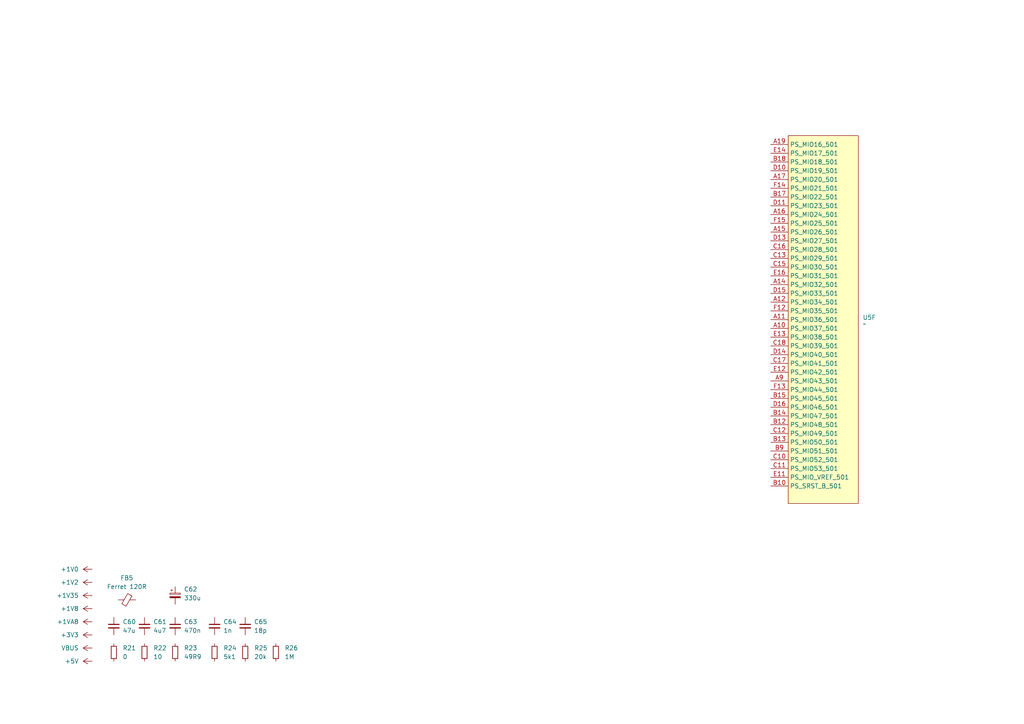
<source format=kicad_sch>
(kicad_sch (version 20231120) (generator "eeschema") (generator_version "8.0")
  (paper "A4")
  (lib_symbols
    (symbol "Device:C_Polarized_Small" (pin_numbers hide) (pin_names (offset 0.254) hide)
      (property "Reference" "C" (at 0.254 1.778 0))
      (property "Value" "C_Polarized_Small" (at 0.254 -2.032 0))
      (symbol "C_Polarized_Small_0_1"
        (rectangle (start -1.524 -0.3048) (end 1.524 -0.6858) (fill (type outline)))
        (rectangle (start -1.524 0.6858) (end 1.524 0.3048))
        (polyline (pts (xy -1.27 1.524) (xy -0.762 1.524)))
        (polyline (pts (xy -1.016 1.27) (xy -1.016 1.778)))
      )
      (symbol "C_Polarized_Small_1_1"
        (pin passive line (at 0 2.54 270) (length 1.8542) (name "~") (number "1"))
        (pin passive line (at 0 -2.54 90) (length 1.8542) (name "~") (number "2"))
      )
    )
    (symbol "Device:C_Small" (pin_numbers hide) (pin_names (offset 0.254) hide)
      (property "Reference" "C" (at 0.254 1.778 0))
      (property "Value" "C_Small" (at 0.254 -2.032 0))
      (symbol "C_Small_0_1"
        (polyline (pts (xy -1.524 -0.508) (xy 1.524 -0.508)) (stroke (width 0.3302)))
        (polyline (pts (xy -1.524 0.508) (xy 1.524 0.508)) (stroke (width 0.3048)))
      )
      (symbol "C_Small_1_1"
        (pin passive line (at 0 2.54 270) (length 2.032) (name "~") (number "1"))
        (pin passive line (at 0 -2.54 90) (length 2.032) (name "~") (number "2"))
      )
    )
    (symbol "Device:FerriteBead_Small" (pin_numbers hide) (pin_names (offset 0))
      (property "Reference" "FB" (at 1.905 1.27 0))
      (property "Value" "FerriteBead_Small" (at 1.905 -1.27 0))
      (symbol "FerriteBead_Small_0_1"
        (polyline (pts (xy 0 -1.27) (xy 0 -0.7874)))
        (polyline (pts (xy 0 0.889) (xy 0 1.2954)))
        (polyline (pts (xy -1.8288 0.2794) (xy -1.1176 1.4986) (xy 1.8288 -0.2032) (xy 1.1176 -1.4224) (xy -1.8288 0.2794)))
      )
      (symbol "FerriteBead_Small_1_1"
        (pin passive line (at 0 2.54 270) (length 1.27) (name "~") (number "1"))
        (pin passive line (at 0 -2.54 90) (length 1.27) (name "~") (number "2"))
      )
    )
    (symbol "Device:R_Small" (pin_numbers hide) (pin_names (offset 0.254) hide)
      (property "Reference" "R" (at 0.762 0.508 0))
      (property "Value" "R_Small" (at 0.762 -1.016 0))
      (symbol "R_Small_0_1"
        (rectangle (start -0.762 1.778) (end 0.762 -1.778) (stroke (width 0.2032)))
      )
      (symbol "R_Small_1_1"
        (pin passive line (at 0 2.54 270) (length 0.762) (name "~") (number "1"))
        (pin passive line (at 0 -2.54 90) (length 0.762) (name "~") (number "2"))
      )
    )
    (symbol "otter:XC7Z020-1CLG400C"
      (property "Reference" "U" (at 5.842 -1.27 0))
      (symbol "XC7Z020-1CLG400C_1_1"
        (rectangle (start 5.08 57.15) (end 34.29 0) (fill (type background)))
        (pin power_in line (at 39.37 2.54 180) (length 5.08) (name "RSVDGND") (number "F10"))
        (pin power_in line (at 39.37 29.21 180) (length 5.08) (name "VCCBATT_0") (number "F11"))
        (pin output line (at 39.37 49.53 180) (length 5.08) (name "TDO_0") (number "F6"))
        (pin input line (at 39.37 54.61 180) (length 5.08) (name "TCK_0") (number "F9"))
        (pin input line (at 39.37 52.07 180) (length 5.08) (name "TDI_0") (number "G6"))
        (pin power_in line (at 0 2.54 0) (length 5.08) (name "GNDADC_0") (number "J10"))
        (pin input line (at 39.37 46.99 180) (length 5.08) (name "TMS_0") (number "J6"))
        (pin power_in line (at 0 8.89 0) (length 5.08) (name "VCCADC_0") (number "J9"))
        (pin input line (at 0 16.51 0) (length 5.08) (name "VREFN_0") (number "K10"))
        (pin power_in line (at 39.37 38.1 180) (length 5.08) (name "VCCO_0") (number "K6"))
        (pin input line (at 0 26.67 0) (length 5.08) (name "VP_0") (number "K9"))
        (pin input line (at 0 24.13 0) (length 5.08) (name "VN_0") (number "L10"))
        (pin input line (at 0 43.18 0) (length 5.08) (name "PROGRAM_B_0") (number "L6"))
        (pin input line (at 0 19.05 0) (length 5.08) (name "VREFP_0") (number "L9"))
        (pin passive line (at 0 31.75 0) (length 5.08) (name "DXN_0") (number "M10"))
        (pin input line (at 0 54.61 0) (length 5.08) (name "CFGBVS_0") (number "M6"))
        (pin passive line (at 0 34.29 0) (length 5.08) (name "DXP_0") (number "M9"))
        (pin power_in line (at 39.37 5.08 180) (length 5.08) (name "RSVDVCC3") (number "N6"))
        (pin input line (at 0 46.99 0) (length 5.08) (name "INIT_B_0") (number "R10"))
        (pin output line (at 0 50.8 0) (length 5.08) (name "DONE_0") (number "R11"))
        (pin power_in line (at 39.37 7.62 180) (length 5.08) (name "RSVDVCC2") (number "R6"))
        (pin power_in line (at 39.37 10.16 180) (length 5.08) (name "RSVDVCC1") (number "T6"))
      )
      (symbol "XC7Z020-1CLG400C_2_1"
        (rectangle (start 5.08 66.04) (end 29.21 0) (fill (type background)))
        (pin bidirectional line (at 0 17.78 0) (length 5.08) (name "IO_L19P_T3_13") (number "T5"))
        (pin bidirectional line (at 0 53.34 0) (length 5.08) (name "IO_L12P_T1_MRCC_13") (number "T9"))
        (pin bidirectional line (at 0 55.88 0) (length 5.08) (name "IO_L12N_T1_MRCC_13") (number "U10"))
        (pin bidirectional line (at 0 20.32 0) (length 5.08) (name "IO_L19N_T3_VREF_13") (number "U5"))
        (pin bidirectional line (at 0 58.42 0) (length 5.08) (name "IO_L11P_T1_SRCC_13") (number "U7"))
        (pin bidirectional line (at 0 30.48 0) (length 5.08) (name "IO_L17N_T2_13") (number "U8"))
        (pin bidirectional line (at 0 27.94 0) (length 5.08) (name "IO_L17P_T2_13") (number "U9"))
        (pin bidirectional line (at 0 10.16 0) (length 5.08) (name "IO_L21N_T3_DQS_13") (number "V10"))
        (pin bidirectional line (at 0 7.62 0) (length 5.08) (name "IO_L21P_T3_DQS_13") (number "V11"))
        (pin bidirectional line (at 0 63.5 0) (length 5.08) (name "IO_L6N_T0_VREF_13") (number "V5"))
        (pin bidirectional line (at 0 2.54 0) (length 5.08) (name "IO_L22P_T3_13") (number "V6"))
        (pin bidirectional line (at 0 60.96 0) (length 5.08) (name "IO_L11N_T1_SRCC_13") (number "V7"))
        (pin bidirectional line (at 0 38.1 0) (length 5.08) (name "IO_L15P_T2_DQS_13") (number "V8"))
        (pin bidirectional line (at 0 33.02 0) (length 5.08) (name "IO_L16P_T2_13") (number "W10"))
        (pin bidirectional line (at 0 22.86 0) (length 5.08) (name "IO_L18P_T2_13") (number "W11"))
        (pin bidirectional line (at 0 5.08 0) (length 5.08) (name "IO_L22N_T3_13") (number "W6"))
        (pin bidirectional line (at 0 40.64 0) (length 5.08) (name "IO_L15N_T2_DQS_13") (number "W8"))
        (pin bidirectional line (at 0 35.56 0) (length 5.08) (name "IO_L16N_T2_13") (number "W9"))
        (pin bidirectional line (at 0 25.4 0) (length 5.08) (name "IO_L18N_T2_13") (number "Y11"))
        (pin bidirectional line (at 0 12.7 0) (length 5.08) (name "IO_L20P_T3_13") (number "Y12"))
        (pin bidirectional line (at 0 15.24 0) (length 5.08) (name "IO_L20N_T3_13") (number "Y13"))
        (pin bidirectional line (at 0 50.8 0) (length 5.08) (name "IO_L13N_T2_MRCC_13") (number "Y6"))
        (pin bidirectional line (at 0 48.26 0) (length 5.08) (name "IO_L13P_T2_MRCC_13") (number "Y7"))
        (pin bidirectional line (at 0 45.72 0) (length 5.08) (name "IO_L14N_T2_SRCC_13") (number "Y8"))
        (pin bidirectional line (at 0 43.18 0) (length 5.08) (name "IO_L14P_T2_SRCC_13") (number "Y9"))
      )
      (symbol "XC7Z020-1CLG400C_3_1"
        (rectangle (start 5.08 129.54) (end 34.29 0) (fill (type background)))
        (pin bidirectional line (at 0 7.62 0) (length 5.08) (name "IO_L23P_T3_34") (number "N17"))
        (pin bidirectional line (at 0 58.42 0) (length 5.08) (name "IO_L13P_T2_MRCC_34") (number "N18"))
        (pin bidirectional line (at 0 53.34 0) (length 5.08) (name "IO_L14P_T2_SRCC_34") (number "N20"))
        (pin bidirectional line (at 0 93.98 0) (length 5.08) (name "IO_L6P_T0_34") (number "P14"))
        (pin bidirectional line (at 0 2.54 0) (length 5.08) (name "IO_L24P_T3_34") (number "P15"))
        (pin bidirectional line (at 0 5.08 0) (length 5.08) (name "IO_L24N_T3_34") (number "P16"))
        (pin bidirectional line (at 0 10.16 0) (length 5.08) (name "IO_L23N_T3_34") (number "P18"))
        (pin bidirectional line (at 0 60.96 0) (length 5.08) (name "IO_L13N_T2_MRCC_34") (number "P19"))
        (pin bidirectional line (at 0 55.88 0) (length 5.08) (name "IO_L14N_T2_SRCC_34") (number "P20"))
        (pin bidirectional line (at 0 96.52 0) (length 5.08) (name "IO_L6N_T0_VREF_34") (number "R14"))
        (pin bidirectional line (at 0 27.94 0) (length 5.08) (name "IO_L19P_T3_34") (number "R16"))
        (pin bidirectional line (at 0 30.48 0) (length 5.08) (name "IO_L19N_T3_VREF_34") (number "R17"))
        (pin bidirectional line (at 0 25.4 0) (length 5.08) (name "IO_L20N_T3_34") (number "R18"))
        (pin bidirectional line (at 0 127 0) (length 5.08) (name "IO_0_34") (number "R19"))
        (pin bidirectional line (at 0 121.92 0) (length 5.08) (name "IO_L1N_T0_34") (number "T10"))
        (pin bidirectional line (at 0 119.38 0) (length 5.08) (name "IO_L1P_T0_34") (number "T11"))
        (pin bidirectional line (at 0 114.3 0) (length 5.08) (name "IO_L2P_T0_34") (number "T12"))
        (pin bidirectional line (at 0 99.06 0) (length 5.08) (name "IO_L5P_T0_34") (number "T14"))
        (pin bidirectional line (at 0 101.6 0) (length 5.08) (name "IO_L5N_T0_34") (number "T15"))
        (pin bidirectional line (at 0 78.74 0) (length 5.08) (name "IO_L9P_T1_DQS_34") (number "T16"))
        (pin bidirectional line (at 0 22.86 0) (length 5.08) (name "IO_L20P_T3_34") (number "T17"))
        (pin bidirectional line (at 0 124.46 0) (length 5.08) (name "IO_25_34") (number "T19"))
        (pin bidirectional line (at 0 48.26 0) (length 5.08) (name "IO_L15P_T2_DQS_34") (number "T20"))
        (pin bidirectional line (at 0 116.84 0) (length 5.08) (name "IO_L2N_T0_34") (number "U12"))
        (pin bidirectional line (at 0 109.22 0) (length 5.08) (name "IO_L3P_T0_DQS_PUDC_B_34") (number "U13"))
        (pin bidirectional line (at 0 68.58 0) (length 5.08) (name "IO_L11P_T1_SRCC_34") (number "U14"))
        (pin bidirectional line (at 0 71.12 0) (length 5.08) (name "IO_L11N_T1_SRCC_34") (number "U15"))
        (pin bidirectional line (at 0 81.28 0) (length 5.08) (name "IO_L9N_T1_DQS_34") (number "U17"))
        (pin bidirectional line (at 0 63.5 0) (length 5.08) (name "IO_L12P_T1_MRCC_34") (number "U18"))
        (pin bidirectional line (at 0 66.04 0) (length 5.08) (name "IO_L12N_T1_MRCC_34") (number "U19"))
        (pin bidirectional line (at 0 50.8 0) (length 5.08) (name "IO_L15N_T2_DQS_34") (number "U20"))
        (pin bidirectional line (at 0 104.14 0) (length 5.08) (name "IO_L4P_T0_34") (number "V12"))
        (pin bidirectional line (at 0 111.76 0) (length 5.08) (name "IO_L3N_T0_DQS_34") (number "V13"))
        (pin bidirectional line (at 0 73.66 0) (length 5.08) (name "IO_L10P_T1_34") (number "V15"))
        (pin bidirectional line (at 0 33.02 0) (length 5.08) (name "IO_L18P_T2_34") (number "V16"))
        (pin bidirectional line (at 0 17.78 0) (length 5.08) (name "IO_L21P_T3_DQS_34") (number "V17"))
        (pin bidirectional line (at 0 20.32 0) (length 5.08) (name "IO_L21N_T3_DQS_34") (number "V18"))
        (pin bidirectional line (at 0 43.18 0) (length 5.08) (name "IO_L16P_T2_34") (number "V20"))
        (pin bidirectional line (at 0 106.68 0) (length 5.08) (name "IO_L4N_T0_34") (number "W13"))
        (pin bidirectional line (at 0 83.82 0) (length 5.08) (name "IO_L8P_T1_34") (number "W14"))
        (pin bidirectional line (at 0 76.2 0) (length 5.08) (name "IO_L10N_T1_34") (number "W15"))
        (pin bidirectional line (at 0 35.56 0) (length 5.08) (name "IO_L18N_T2_34") (number "W16"))
        (pin bidirectional line (at 0 12.7 0) (length 5.08) (name "IO_L22P_T3_34") (number "W18"))
        (pin bidirectional line (at 0 15.24 0) (length 5.08) (name "IO_L22N_T3_34") (number "W19"))
        (pin bidirectional line (at 0 45.72 0) (length 5.08) (name "IO_L16N_T2_34") (number "W20"))
        (pin bidirectional line (at 0 86.36 0) (length 5.08) (name "IO_L8N_T1_34") (number "Y14"))
        (pin bidirectional line (at 0 88.9 0) (length 5.08) (name "IO_L7P_T1_34") (number "Y16"))
        (pin bidirectional line (at 0 91.44 0) (length 5.08) (name "IO_L7N_T1_34") (number "Y17"))
        (pin bidirectional line (at 0 38.1 0) (length 5.08) (name "IO_L17P_T2_34") (number "Y18"))
        (pin bidirectional line (at 0 40.64 0) (length 5.08) (name "IO_L17N_T2_34") (number "Y19"))
      )
      (symbol "XC7Z020-1CLG400C_4_1"
        (rectangle (start 5.08 129.54) (end 36.83 0) (fill (type background)))
        (pin bidirectional line (at 0 116.84 0) (length 5.08) (name "IO_L2N_T0_AD8N_35") (number "A20"))
        (pin bidirectional line (at 0 114.3 0) (length 5.08) (name "IO_L2P_T0_AD8P_35") (number "B19"))
        (pin bidirectional line (at 0 121.92 0) (length 5.08) (name "IO_L1N_T0_AD0N_35") (number "B20"))
        (pin bidirectional line (at 0 119.38 0) (length 5.08) (name "IO_L1P_T0_AD0P_35") (number "C20"))
        (pin bidirectional line (at 0 111.76 0) (length 5.08) (name "IO_L3N_T0_DQS_AD1N_35") (number "D18"))
        (pin bidirectional line (at 0 104.14 0) (length 5.08) (name "IO_L4P_T0_35") (number "D19"))
        (pin bidirectional line (at 0 106.68 0) (length 5.08) (name "IO_L4N_T0_35") (number "D20"))
        (pin bidirectional line (at 0 109.22 0) (length 5.08) (name "IO_L3P_T0_DQS_AD1P_35") (number "E17"))
        (pin bidirectional line (at 0 99.06 0) (length 5.08) (name "IO_L5P_T0_AD9P_35") (number "E18"))
        (pin bidirectional line (at 0 101.6 0) (length 5.08) (name "IO_L5N_T0_AD9N_35") (number "E19"))
        (pin bidirectional line (at 0 93.98 0) (length 5.08) (name "IO_L6P_T0_35") (number "F16"))
        (pin bidirectional line (at 0 96.52 0) (length 5.08) (name "IO_L6N_T0_VREF_35") (number "F17"))
        (pin bidirectional line (at 0 48.26 0) (length 5.08) (name "IO_L15P_T2_DQS_AD12P_35") (number "F19"))
        (pin bidirectional line (at 0 50.8 0) (length 5.08) (name "IO_L15N_T2_DQS_AD12N_35") (number "F20"))
        (pin bidirectional line (at 0 127 0) (length 5.08) (name "IO_0_35") (number "G14"))
        (pin bidirectional line (at 0 30.48 0) (length 5.08) (name "IO_L19N_T3_VREF_35") (number "G15"))
        (pin bidirectional line (at 0 43.18 0) (length 5.08) (name "IO_L16P_T2_35") (number "G17"))
        (pin bidirectional line (at 0 45.72 0) (length 5.08) (name "IO_L16N_T2_35") (number "G18"))
        (pin bidirectional line (at 0 33.02 0) (length 5.08) (name "IO_L18P_T2_AD13P_35") (number "G19"))
        (pin bidirectional line (at 0 35.56 0) (length 5.08) (name "IO_L18N_T2_AD13N_35") (number "G20"))
        (pin bidirectional line (at 0 27.94 0) (length 5.08) (name "IO_L19P_T3_35") (number "H15"))
        (pin bidirectional line (at 0 58.42 0) (length 5.08) (name "IO_L13P_T2_MRCC_35") (number "H16"))
        (pin bidirectional line (at 0 60.96 0) (length 5.08) (name "IO_L13N_T2_MRCC_35") (number "H17"))
        (pin bidirectional line (at 0 55.88 0) (length 5.08) (name "IO_L14N_T2_AD4N_SRCC_35") (number "H18"))
        (pin bidirectional line (at 0 40.64 0) (length 5.08) (name "IO_L17N_T2_AD5N_35") (number "H20"))
        (pin bidirectional line (at 0 25.4 0) (length 5.08) (name "IO_L20N_T3_AD6N_35") (number "J14"))
        (pin bidirectional line (at 0 124.46 0) (length 5.08) (name "IO_25_35") (number "J15"))
        (pin bidirectional line (at 0 5.08 0) (length 5.08) (name "IO_L24N_T3_AD15N_35") (number "J16"))
        (pin bidirectional line (at 0 53.34 0) (length 5.08) (name "IO_L14P_T2_AD4P_SRCC_35") (number "J18"))
        (pin bidirectional line (at 0 76.2 0) (length 5.08) (name "IO_L10N_T1_AD11N_35") (number "J19"))
        (pin bidirectional line (at 0 38.1 0) (length 5.08) (name "IO_L17P_T2_AD5P_35") (number "J20"))
        (pin bidirectional line (at 0 22.86 0) (length 5.08) (name "IO_L20P_T3_AD6P_35") (number "K14"))
        (pin bidirectional line (at 0 2.54 0) (length 5.08) (name "IO_L24P_T3_AD15P_35") (number "K16"))
        (pin bidirectional line (at 0 63.5 0) (length 5.08) (name "IO_L12P_T1_MRCC_35") (number "K17"))
        (pin bidirectional line (at 0 66.04 0) (length 5.08) (name "IO_L12N_T1_MRCC_35") (number "K18"))
        (pin bidirectional line (at 0 73.66 0) (length 5.08) (name "IO_L10P_T1_AD11P_35") (number "K19"))
        (pin bidirectional line (at 0 12.7 0) (length 5.08) (name "IO_L22P_T3_AD7P_35") (number "L14"))
        (pin bidirectional line (at 0 15.24 0) (length 5.08) (name "IO_L22N_T3_AD7N_35") (number "L15"))
        (pin bidirectional line (at 0 68.58 0) (length 5.08) (name "IO_L11P_T1_SRCC_35") (number "L16"))
        (pin bidirectional line (at 0 71.12 0) (length 5.08) (name "IO_L11N_T1_SRCC_35") (number "L17"))
        (pin bidirectional line (at 0 78.74 0) (length 5.08) (name "IO_L9P_T1_DQS_AD3P_35") (number "L19"))
        (pin bidirectional line (at 0 81.28 0) (length 5.08) (name "IO_L9N_T1_DQS_AD3N_35") (number "L20"))
        (pin bidirectional line (at 0 7.62 0) (length 5.08) (name "IO_L23P_T3_35") (number "M14"))
        (pin bidirectional line (at 0 10.16 0) (length 5.08) (name "IO_L23N_T3_35") (number "M15"))
        (pin bidirectional line (at 0 83.82 0) (length 5.08) (name "IO_L8P_T1_AD10P_35") (number "M17"))
        (pin bidirectional line (at 0 86.36 0) (length 5.08) (name "IO_L8N_T1_AD10N_35") (number "M18"))
        (pin bidirectional line (at 0 88.9 0) (length 5.08) (name "IO_L7P_T1_AD2P_35") (number "M19"))
        (pin bidirectional line (at 0 91.44 0) (length 5.08) (name "IO_L7N_T1_AD2N_35") (number "M20"))
        (pin bidirectional line (at 0 17.78 0) (length 5.08) (name "IO_L21P_T3_DQS_AD14P_35") (number "N15"))
        (pin bidirectional line (at 0 20.32 0) (length 5.08) (name "IO_L21N_T3_DQS_AD14N_35") (number "N16"))
      )
      (symbol "XC7Z020-1CLG400C_5_1"
        (rectangle (start 5.08 48.26) (end 25.4 0) (fill (type background)))
        (pin bidirectional line (at 0 27.94 0) (length 5.08) (name "PS_MIO6_500") (number "A5"))
        (pin bidirectional line (at 0 30.48 0) (length 5.08) (name "PS_MIO5_500") (number "A6"))
        (pin bidirectional line (at 0 40.64 0) (length 5.08) (name "PS_MIO1_500") (number "A7"))
        (pin bidirectional line (at 0 20.32 0) (length 5.08) (name "PS_MIO9_500") (number "B5"))
        (pin bidirectional line (at 0 33.02 0) (length 5.08) (name "PS_MIO4_500") (number "B7"))
        (pin bidirectional line (at 0 38.1 0) (length 5.08) (name "PS_MIO2_500") (number "B8"))
        (pin bidirectional line (at 0 7.62 0) (length 5.08) (name "PS_MIO14_500") (number "C5"))
        (pin bidirectional line (at 0 15.24 0) (length 5.08) (name "PS_MIO11_500") (number "C6"))
        (pin input line (at 0 2.54 0) (length 5.08) (name "PS_POR_B_500") (number "C7"))
        (pin bidirectional line (at 0 5.08 0) (length 5.08) (name "PS_MIO15_500") (number "C8"))
        (pin bidirectional line (at 0 22.86 0) (length 5.08) (name "PS_MIO8_500") (number "D5"))
        (pin bidirectional line (at 0 35.56 0) (length 5.08) (name "PS_MIO3_500") (number "D6"))
        (pin bidirectional line (at 0 25.4 0) (length 5.08) (name "PS_MIO7_500") (number "D8"))
        (pin bidirectional line (at 0 12.7 0) (length 5.08) (name "PS_MIO12_500") (number "D9"))
        (pin bidirectional line (at 0 43.18 0) (length 5.08) (name "PS_MIO0_500") (number "E6"))
        (pin input line (at 0 45.72 0) (length 5.08) (name "PS_CLK_500") (number "E7"))
        (pin bidirectional line (at 0 10.16 0) (length 5.08) (name "PS_MIO13_500") (number "E8"))
        (pin bidirectional line (at 0 17.78 0) (length 5.08) (name "PS_MIO10_500") (number "E9"))
      )
      (symbol "XC7Z020-1CLG400C_6_1"
        (rectangle (start 5.08 106.68) (end 25.4 0) (fill (type background)))
        (pin bidirectional line (at 0 50.8 0) (length 5.08) (name "PS_MIO37_501") (number "A10"))
        (pin bidirectional line (at 0 53.34 0) (length 5.08) (name "PS_MIO36_501") (number "A11"))
        (pin bidirectional line (at 0 58.42 0) (length 5.08) (name "PS_MIO34_501") (number "A12"))
        (pin bidirectional line (at 0 63.5 0) (length 5.08) (name "PS_MIO32_501") (number "A14"))
        (pin bidirectional line (at 0 78.74 0) (length 5.08) (name "PS_MIO26_501") (number "A15"))
        (pin bidirectional line (at 0 83.82 0) (length 5.08) (name "PS_MIO24_501") (number "A16"))
        (pin bidirectional line (at 0 93.98 0) (length 5.08) (name "PS_MIO20_501") (number "A17"))
        (pin bidirectional line (at 0 104.14 0) (length 5.08) (name "PS_MIO16_501") (number "A19"))
        (pin bidirectional line (at 0 35.56 0) (length 5.08) (name "PS_MIO43_501") (number "A9"))
        (pin input line (at 0 5.08 0) (length 5.08) (name "PS_SRST_B_501") (number "B10"))
        (pin bidirectional line (at 0 22.86 0) (length 5.08) (name "PS_MIO48_501") (number "B12"))
        (pin bidirectional line (at 0 17.78 0) (length 5.08) (name "PS_MIO50_501") (number "B13"))
        (pin bidirectional line (at 0 25.4 0) (length 5.08) (name "PS_MIO47_501") (number "B14"))
        (pin bidirectional line (at 0 30.48 0) (length 5.08) (name "PS_MIO45_501") (number "B15"))
        (pin bidirectional line (at 0 88.9 0) (length 5.08) (name "PS_MIO22_501") (number "B17"))
        (pin bidirectional line (at 0 99.06 0) (length 5.08) (name "PS_MIO18_501") (number "B18"))
        (pin bidirectional line (at 0 15.24 0) (length 5.08) (name "PS_MIO51_501") (number "B9"))
        (pin bidirectional line (at 0 12.7 0) (length 5.08) (name "PS_MIO52_501") (number "C10"))
        (pin bidirectional line (at 0 10.16 0) (length 5.08) (name "PS_MIO53_501") (number "C11"))
        (pin bidirectional line (at 0 20.32 0) (length 5.08) (name "PS_MIO49_501") (number "C12"))
        (pin bidirectional line (at 0 71.12 0) (length 5.08) (name "PS_MIO29_501") (number "C13"))
        (pin bidirectional line (at 0 68.58 0) (length 5.08) (name "PS_MIO30_501") (number "C15"))
        (pin bidirectional line (at 0 73.66 0) (length 5.08) (name "PS_MIO28_501") (number "C16"))
        (pin bidirectional line (at 0 40.64 0) (length 5.08) (name "PS_MIO41_501") (number "C17"))
        (pin bidirectional line (at 0 45.72 0) (length 5.08) (name "PS_MIO39_501") (number "C18"))
        (pin bidirectional line (at 0 96.52 0) (length 5.08) (name "PS_MIO19_501") (number "D10"))
        (pin bidirectional line (at 0 86.36 0) (length 5.08) (name "PS_MIO23_501") (number "D11"))
        (pin bidirectional line (at 0 76.2 0) (length 5.08) (name "PS_MIO27_501") (number "D13"))
        (pin bidirectional line (at 0 43.18 0) (length 5.08) (name "PS_MIO40_501") (number "D14"))
        (pin bidirectional line (at 0 60.96 0) (length 5.08) (name "PS_MIO33_501") (number "D15"))
        (pin bidirectional line (at 0 27.94 0) (length 5.08) (name "PS_MIO46_501") (number "D16"))
        (pin power_in line (at 0 7.62 0) (length 5.08) (name "PS_MIO_VREF_501") (number "E11"))
        (pin bidirectional line (at 0 38.1 0) (length 5.08) (name "PS_MIO42_501") (number "E12"))
        (pin bidirectional line (at 0 48.26 0) (length 5.08) (name "PS_MIO38_501") (number "E13"))
        (pin bidirectional line (at 0 101.6 0) (length 5.08) (name "PS_MIO17_501") (number "E14"))
        (pin bidirectional line (at 0 66.04 0) (length 5.08) (name "PS_MIO31_501") (number "E16"))
        (pin bidirectional line (at 0 55.88 0) (length 5.08) (name "PS_MIO35_501") (number "F12"))
        (pin bidirectional line (at 0 33.02 0) (length 5.08) (name "PS_MIO44_501") (number "F13"))
        (pin bidirectional line (at 0 91.44 0) (length 5.08) (name "PS_MIO21_501") (number "F14"))
        (pin bidirectional line (at 0 81.28 0) (length 5.08) (name "PS_MIO25_501") (number "F15"))
      )
      (symbol "XC7Z020-1CLG400C_7_1"
        (rectangle (start 5.08 152.4) (end 43.18 0) (fill (type background)))
        (pin output line (at 48.26 111.76 180) (length 5.08) (name "PS_DDR_DM0_502") (number "A1"))
        (pin bidirectional line (at 0 96.52 0) (length 5.08) (name "PS_DDR_DQ2_502") (number "A2"))
        (pin bidirectional line (at 0 93.98 0) (length 5.08) (name "PS_DDR_DQ3_502") (number "A4"))
        (pin bidirectional line (at 0 20.32 0) (length 5.08) (name "PS_DDR_DQS_N0_502") (number "B2"))
        (pin bidirectional line (at 0 99.06 0) (length 5.08) (name "PS_DDR_DQ1_502") (number "B3"))
        (pin output line (at 48.26 149.86 180) (length 5.08) (name "PS_DDR_DRST_B_502") (number "B4"))
        (pin bidirectional line (at 0 86.36 0) (length 5.08) (name "PS_DDR_DQ6_502") (number "C1"))
        (pin bidirectional line (at 0 10.16 0) (length 5.08) (name "PS_DDR_DQS_P0_502") (number "C2"))
        (pin bidirectional line (at 0 101.6 0) (length 5.08) (name "PS_DDR_DQ0_502") (number "C3"))
        (pin bidirectional line (at 0 88.9 0) (length 5.08) (name "PS_DDR_DQ5_502") (number "D1"))
        (pin bidirectional line (at 0 91.44 0) (length 5.08) (name "PS_DDR_DQ4_502") (number "D3"))
        (pin output line (at 0 116.84 0) (length 5.08) (name "PS_DDR_A13_502") (number "D4"))
        (pin bidirectional line (at 0 83.82 0) (length 5.08) (name "PS_DDR_DQ7_502") (number "E1"))
        (pin bidirectional line (at 0 81.28 0) (length 5.08) (name "PS_DDR_DQ8_502") (number "E2"))
        (pin bidirectional line (at 0 78.74 0) (length 5.08) (name "PS_DDR_DQ9_502") (number "E3"))
        (pin output line (at 0 119.38 0) (length 5.08) (name "PS_DDR_A12_502") (number "E4"))
        (pin output line (at 48.26 109.22 180) (length 5.08) (name "PS_DDR_DM1_502") (number "F1"))
        (pin bidirectional line (at 0 17.78 0) (length 5.08) (name "PS_DDR_DQS_N1_502") (number "F2"))
        (pin output line (at 0 114.3 0) (length 5.08) (name "PS_DDR_A14_502") (number "F4"))
        (pin output line (at 0 124.46 0) (length 5.08) (name "PS_DDR_A10_502") (number "F5"))
        (pin bidirectional line (at 0 7.62 0) (length 5.08) (name "PS_DDR_DQS_P1_502") (number "G2"))
        (pin bidirectional line (at 0 76.2 0) (length 5.08) (name "PS_DDR_DQ10_502") (number "G3"))
        (pin output line (at 0 121.92 0) (length 5.08) (name "PS_DDR_A11_502") (number "G4"))
        (pin power_out line (at 48.26 137.16 180) (length 5.08) (name "PS_DDR_VRN_502") (number "G5"))
        (pin bidirectional line (at 0 66.04 0) (length 5.08) (name "PS_DDR_DQ14_502") (number "H1"))
        (pin bidirectional line (at 0 68.58 0) (length 5.08) (name "PS_DDR_DQ13_502") (number "H2"))
        (pin bidirectional line (at 0 73.66 0) (length 5.08) (name "PS_DDR_DQ11_502") (number "H3"))
        (pin power_out line (at 48.26 139.7 180) (length 5.08) (name "PS_DDR_VRP_502") (number "H5"))
        (pin bidirectional line (at 0 63.5 0) (length 5.08) (name "PS_DDR_DQ15_502") (number "J1"))
        (pin bidirectional line (at 0 71.12 0) (length 5.08) (name "PS_DDR_DQ12_502") (number "J3"))
        (pin output line (at 0 127 0) (length 5.08) (name "PS_DDR_A9_502") (number "J4"))
        (pin output line (at 0 105.41 0) (length 5.08) (name "PS_DDR_BA2_502") (number "J5"))
        (pin output line (at 0 129.54 0) (length 5.08) (name "PS_DDR_A8_502") (number "K1"))
        (pin output line (at 0 147.32 0) (length 5.08) (name "PS_DDR_A1_502") (number "K2"))
        (pin output line (at 0 142.24 0) (length 5.08) (name "PS_DDR_A3_502") (number "K3"))
        (pin output line (at 0 132.08 0) (length 5.08) (name "PS_DDR_A7_502") (number "K4"))
        (pin output line (at 0 137.16 0) (length 5.08) (name "PS_DDR_A5_502") (number "L1"))
        (pin output line (at 48.26 119.38 180) (length 5.08) (name "PS_DDR_CKP_502") (number "L2"))
        (pin output line (at 0 134.62 0) (length 5.08) (name "PS_DDR_A6_502") (number "L4"))
        (pin output line (at 0 110.49 0) (length 5.08) (name "PS_DDR_BA0_502") (number "L5"))
        (pin output line (at 48.26 121.92 180) (length 5.08) (name "PS_DDR_CKN_502") (number "M2"))
        (pin output line (at 0 144.78 0) (length 5.08) (name "PS_DDR_A2_502") (number "M3"))
        (pin output line (at 0 139.7 0) (length 5.08) (name "PS_DDR_A4_502") (number "M4"))
        (pin output line (at 48.26 132.08 180) (length 5.08) (name "PS_DDR_WE_B_502") (number "M5"))
        (pin output line (at 48.26 116.84 180) (length 5.08) (name "PS_DDR_CS_B_502") (number "N1"))
        (pin output line (at 0 149.86 0) (length 5.08) (name "PS_DDR_A0_502") (number "N2"))
        (pin output line (at 48.26 124.46 180) (length 5.08) (name "PS_DDR_CKE_502") (number "N3"))
        (pin output line (at 48.26 147.32 180) (length 5.08) (name "PS_DDR_ODT_502") (number "N5"))
        (pin bidirectional line (at 0 60.96 0) (length 5.08) (name "PS_DDR_DQ16_502") (number "P1"))
        (pin bidirectional line (at 0 58.42 0) (length 5.08) (name "PS_DDR_DQ17_502") (number "P3"))
        (pin output line (at 48.26 144.78 180) (length 5.08) (name "PS_DDR_RAS_B_502") (number "P4"))
        (pin output line (at 48.26 127 180) (length 5.08) (name "PS_DDR_CAS_B_502") (number "P5"))
        (pin bidirectional line (at 0 53.34 0) (length 5.08) (name "PS_DDR_DQ19_502") (number "R1"))
        (pin bidirectional line (at 0 5.08 0) (length 5.08) (name "PS_DDR_DQS_P2_502") (number "R2"))
        (pin bidirectional line (at 0 55.88 0) (length 5.08) (name "PS_DDR_DQ18_502") (number "R3"))
        (pin output line (at 0 107.95 0) (length 5.08) (name "PS_DDR_BA1_502") (number "R4"))
        (pin output line (at 48.26 106.68 180) (length 5.08) (name "PS_DDR_DM2_502") (number "T1"))
        (pin bidirectional line (at 0 15.24 0) (length 5.08) (name "PS_DDR_DQS_N2_502") (number "T2"))
        (pin bidirectional line (at 0 50.8 0) (length 5.08) (name "PS_DDR_DQ20_502") (number "T4"))
        (pin bidirectional line (at 0 45.72 0) (length 5.08) (name "PS_DDR_DQ22_502") (number "U2"))
        (pin bidirectional line (at 0 43.18 0) (length 5.08) (name "PS_DDR_DQ23_502") (number "U3"))
        (pin bidirectional line (at 0 48.26 0) (length 5.08) (name "PS_DDR_DQ21_502") (number "U4"))
        (pin bidirectional line (at 0 40.64 0) (length 5.08) (name "PS_DDR_DQ24_502") (number "V1"))
        (pin bidirectional line (at 0 25.4 0) (length 5.08) (name "PS_DDR_DQ30_502") (number "V2"))
        (pin bidirectional line (at 0 22.86 0) (length 5.08) (name "PS_DDR_DQ31_502") (number "V3"))
        (pin bidirectional line (at 0 35.56 0) (length 5.08) (name "PS_DDR_DQ26_502") (number "W1"))
        (pin bidirectional line (at 0 27.94 0) (length 5.08) (name "PS_DDR_DQ29_502") (number "W3"))
        (pin bidirectional line (at 0 12.7 0) (length 5.08) (name "PS_DDR_DQS_N3_502") (number "W4"))
        (pin bidirectional line (at 0 2.54 0) (length 5.08) (name "PS_DDR_DQS_P3_502") (number "W5"))
        (pin output line (at 48.26 104.14 180) (length 5.08) (name "PS_DDR_DM3_502") (number "Y1"))
        (pin bidirectional line (at 0 30.48 0) (length 5.08) (name "PS_DDR_DQ28_502") (number "Y2"))
        (pin bidirectional line (at 0 38.1 0) (length 5.08) (name "PS_DDR_DQ25_502") (number "Y3"))
        (pin bidirectional line (at 0 33.02 0) (length 5.08) (name "PS_DDR_DQ27_502") (number "Y4"))
      )
      (symbol "XC7Z020-1CLG400C_8_1"
        (rectangle (start 5.08 63.5) (end 38.1 0) (fill (type background)))
        (pin power_in line (at 0 20.32 0) (length 5.08) (name "VCCO_MIO1_501[4]") (number "A13"))
        (pin power_in line (at 0 2.54 0) (length 5.08) (name "GND[59]") (number "A18"))
        (pin power_in line (at 0 40.64 0) (length 5.08) (name "VCCO_DDR_502[10]") (number "A3"))
        (pin power_in line (at 0 2.54 0) (length 5.08) (name "GND[59]") (number "A8"))
        (pin power_in line (at 0 2.54 0) (length 5.08) (name "GND[59]") (number "B1"))
        (pin power_in line (at 0 2.54 0) (length 5.08) (name "GND[59]") (number "B11"))
        (pin power_in line (at 0 20.32 0) (length 5.08) (name "VCCO_MIO1_501[4]") (number "B16"))
        (pin power_in line (at 0 30.48 0) (length 5.08) (name "VCCO_MIO0_500[2]") (number "B6"))
        (pin power_in line (at 0 2.54 0) (length 5.08) (name "GND[59]") (number "C14"))
        (pin power_in line (at 43.18 10.16 180) (length 5.08) (name "VCCO_35[6]") (number "C19"))
        (pin power_in line (at 0 2.54 0) (length 5.08) (name "GND[59]") (number "C4"))
        (pin power_in line (at 0 2.54 0) (length 5.08) (name "GND[59]") (number "C9"))
        (pin power_in line (at 0 20.32 0) (length 5.08) (name "VCCO_MIO1_501[4]") (number "D12"))
        (pin power_in line (at 0 2.54 0) (length 5.08) (name "GND[59]") (number "D17"))
        (pin power_in line (at 0 40.64 0) (length 5.08) (name "VCCO_DDR_502[10]") (number "D2"))
        (pin power_in line (at 0 30.48 0) (length 5.08) (name "VCCO_MIO0_500[2]") (number "D7"))
        (pin power_in line (at 0 2.54 0) (length 5.08) (name "GND[59]") (number "E10"))
        (pin power_in line (at 0 20.32 0) (length 5.08) (name "VCCO_MIO1_501[4]") (number "E15"))
        (pin power_in line (at 0 2.54 0) (length 5.08) (name "GND[59]") (number "E20"))
        (pin power_in line (at 0 40.64 0) (length 5.08) (name "VCCO_DDR_502[10]") (number "E5"))
        (pin power_in line (at 43.18 10.16 180) (length 5.08) (name "VCCO_35[6]") (number "F18"))
        (pin power_in line (at 0 2.54 0) (length 5.08) (name "GND[59]") (number "F3"))
        (pin power_in line (at 0 2.54 0) (length 5.08) (name "GND[59]") (number "F7"))
        (pin power_in line (at 43.18 40.64 180) (length 5.08) (name "VCCPAUX[5]") (number "F8"))
        (pin power_in line (at 0 40.64 0) (length 5.08) (name "VCCO_DDR_502[10]") (number "G1"))
        (pin power_in line (at 0 2.54 0) (length 5.08) (name "GND[59]") (number "G10"))
        (pin power_in line (at 43.18 50.8 180) (length 5.08) (name "VCCBRAM[2]") (number "G11"))
        (pin power_in line (at 0 2.54 0) (length 5.08) (name "GND[59]") (number "G12"))
        (pin power_in line (at 0 60.96 0) (length 5.08) (name "VCCINT[9]") (number "G13"))
        (pin power_in line (at 0 2.54 0) (length 5.08) (name "GND[59]") (number "G16"))
        (pin power_in line (at 0 50.8 0) (length 5.08) (name "VCCPINT[6]") (number "G7"))
        (pin power_in line (at 43.18 30.48 180) (length 5.08) (name "VCCPLL") (number "G8"))
        (pin power_in line (at 43.18 40.64 180) (length 5.08) (name "VCCPAUX[5]") (number "G9"))
        (pin power_in line (at 43.18 50.8 180) (length 5.08) (name "VCCBRAM[2]") (number "H10"))
        (pin power_in line (at 0 2.54 0) (length 5.08) (name "GND[59]") (number "H11"))
        (pin power_in line (at 0 60.96 0) (length 5.08) (name "VCCINT[9]") (number "H12"))
        (pin power_in line (at 0 2.54 0) (length 5.08) (name "GND[59]") (number "H13"))
        (pin power_in line (at 43.18 10.16 180) (length 5.08) (name "VCCO_35[6]") (number "H14"))
        (pin power_in line (at 0 2.54 0) (length 5.08) (name "GND[59]") (number "H19"))
        (pin power_in line (at 0 40.64 0) (length 5.08) (name "VCCO_DDR_502[10]") (number "H4"))
        (pin power_in line (at 43.18 5.08 180) (length 5.08) (name "PS_DDR_VREF0_502") (number "H6"))
        (pin power_in line (at 0 2.54 0) (length 5.08) (name "GND[59]") (number "H7"))
        (pin power_in line (at 43.18 40.64 180) (length 5.08) (name "VCCPAUX[5]") (number "H8"))
        (pin power_in line (at 0 2.54 0) (length 5.08) (name "GND[59]") (number "H9"))
        (pin power_in line (at 43.18 60.96 180) (length 5.08) (name "VCCAUX[6]") (number "J11"))
        (pin power_in line (at 0 2.54 0) (length 5.08) (name "GND[59]") (number "J12"))
        (pin power_in line (at 0 60.96 0) (length 5.08) (name "VCCINT[9]") (number "J13"))
        (pin power_in line (at 43.18 10.16 180) (length 5.08) (name "VCCO_35[6]") (number "J17"))
        (pin power_in line (at 0 2.54 0) (length 5.08) (name "GND[59]") (number "J2"))
        (pin power_in line (at 0 50.8 0) (length 5.08) (name "VCCPINT[6]") (number "J7"))
        (pin power_in line (at 0 2.54 0) (length 5.08) (name "GND[59]") (number "J8"))
        (pin power_in line (at 0 2.54 0) (length 5.08) (name "GND[59]") (number "K11"))
        (pin power_in line (at 0 60.96 0) (length 5.08) (name "VCCINT[9]") (number "K12"))
        (pin power_in line (at 0 2.54 0) (length 5.08) (name "GND[59]") (number "K13"))
        (pin power_in line (at 0 2.54 0) (length 5.08) (name "GND[59]") (number "K15"))
        (pin power_in line (at 43.18 10.16 180) (length 5.08) (name "VCCO_35[6]") (number "K20"))
        (pin power_in line (at 0 2.54 0) (length 5.08) (name "GND[59]") (number "K5"))
        (pin power_in line (at 0 2.54 0) (length 5.08) (name "GND[59]") (number "K7"))
        (pin power_in line (at 43.18 40.64 180) (length 5.08) (name "VCCPAUX[5]") (number "K8"))
        (pin power_in line (at 43.18 60.96 180) (length 5.08) (name "VCCAUX[6]") (number "L11"))
        (pin power_in line (at 0 2.54 0) (length 5.08) (name "GND[59]") (number "L12"))
        (pin power_in line (at 0 60.96 0) (length 5.08) (name "VCCINT[9]") (number "L13"))
        (pin power_in line (at 0 2.54 0) (length 5.08) (name "GND[59]") (number "L18"))
        (pin power_in line (at 0 40.64 0) (length 5.08) (name "VCCO_DDR_502[10]") (number "L3"))
        (pin power_in line (at 0 50.8 0) (length 5.08) (name "VCCPINT[6]") (number "L7"))
        (pin power_in line (at 0 2.54 0) (length 5.08) (name "GND[59]") (number "L8"))
        (pin power_in line (at 0 2.54 0) (length 5.08) (name "GND[59]") (number "M1"))
        (pin power_in line (at 0 2.54 0) (length 5.08) (name "GND[59]") (number "M11"))
        (pin power_in line (at 0 60.96 0) (length 5.08) (name "VCCINT[9]") (number "M12"))
        (pin power_in line (at 0 2.54 0) (length 5.08) (name "GND[59]") (number "M13"))
        (pin power_in line (at 43.18 10.16 180) (length 5.08) (name "VCCO_35[6]") (number "M16"))
        (pin power_in line (at 0 2.54 0) (length 5.08) (name "GND[59]") (number "M7"))
        (pin power_in line (at 43.18 40.64 180) (length 5.08) (name "VCCPAUX[5]") (number "M8"))
        (pin power_in line (at 0 2.54 0) (length 5.08) (name "GND[59]") (number "N10"))
        (pin power_in line (at 43.18 60.96 180) (length 5.08) (name "VCCAUX[6]") (number "N11"))
        (pin power_in line (at 0 2.54 0) (length 5.08) (name "GND[59]") (number "N12"))
        (pin power_in line (at 0 60.96 0) (length 5.08) (name "VCCINT[9]") (number "N13"))
        (pin power_in line (at 0 2.54 0) (length 5.08) (name "GND[59]") (number "N14"))
        (pin power_in line (at 43.18 16.51 180) (length 5.08) (name "VCCO_34[6]") (number "N19"))
        (pin power_in line (at 0 2.54 0) (length 5.08) (name "GND[59]") (number "N4"))
        (pin power_in line (at 0 50.8 0) (length 5.08) (name "VCCPINT[6]") (number "N7"))
        (pin power_in line (at 0 2.54 0) (length 5.08) (name "GND[59]") (number "N8"))
        (pin power_in line (at 43.18 60.96 180) (length 5.08) (name "VCCAUX[6]") (number "N9"))
        (pin power_in line (at 43.18 60.96 180) (length 5.08) (name "VCCAUX[6]") (number "P10"))
        (pin power_in line (at 0 2.54 0) (length 5.08) (name "GND[59]") (number "P11"))
        (pin power_in line (at 0 60.96 0) (length 5.08) (name "VCCINT[9]") (number "P12"))
        (pin power_in line (at 0 2.54 0) (length 5.08) (name "GND[59]") (number "P13"))
        (pin power_in line (at 0 2.54 0) (length 5.08) (name "GND[59]") (number "P17"))
        (pin power_in line (at 0 40.64 0) (length 5.08) (name "VCCO_DDR_502[10]") (number "P2"))
        (pin power_in line (at 43.18 2.54 180) (length 5.08) (name "PS_DDR_VREF1_502") (number "P6"))
        (pin power_in line (at 0 2.54 0) (length 5.08) (name "GND[59]") (number "P7"))
        (pin power_in line (at 0 50.8 0) (length 5.08) (name "VCCPINT[6]") (number "P8"))
        (pin power_in line (at 0 2.54 0) (length 5.08) (name "GND[59]") (number "P9"))
        (pin power_in line (at 0 2.54 0) (length 5.08) (name "GND[59]") (number "R12"))
        (pin power_in line (at 0 60.96 0) (length 5.08) (name "VCCINT[9]") (number "R13"))
        (pin power_in line (at 43.18 16.51 180) (length 5.08) (name "VCCO_34[6]") (number "R15"))
        (pin power_in line (at 0 2.54 0) (length 5.08) (name "GND[59]") (number "R20"))
        (pin power_in line (at 0 40.64 0) (length 5.08) (name "VCCO_DDR_502[10]") (number "R5"))
        (pin power_in line (at 0 50.8 0) (length 5.08) (name "VCCPINT[6]") (number "R7"))
        (pin power_in line (at 0 2.54 0) (length 5.08) (name "GND[59]") (number "R8"))
        (pin power_in line (at 43.18 60.96 180) (length 5.08) (name "VCCAUX[6]") (number "R9"))
        (pin power_in line (at 0 2.54 0) (length 5.08) (name "GND[59]") (number "T13"))
        (pin power_in line (at 43.18 16.51 180) (length 5.08) (name "VCCO_34[6]") (number "T18"))
        (pin power_in line (at 0 2.54 0) (length 5.08) (name "GND[59]") (number "T3"))
        (pin power_in line (at 0 2.54 0) (length 5.08) (name "GND[59]") (number "T7"))
        (pin power_in line (at 43.18 22.86 180) (length 5.08) (name "VCCO_13[4]") (number "T8"))
        (pin power_in line (at 0 40.64 0) (length 5.08) (name "VCCO_DDR_502[10]") (number "U1"))
        (pin power_in line (at 43.18 22.86 180) (length 5.08) (name "VCCO_13[4]") (number "U11"))
        (pin power_in line (at 0 2.54 0) (length 5.08) (name "GND[59]") (number "U16"))
        (pin power_in line (at 0 2.54 0) (length 5.08) (name "GND[59]") (number "U6"))
        (pin power_in line (at 43.18 16.51 180) (length 5.08) (name "VCCO_34[6]") (number "V14"))
        (pin power_in line (at 0 2.54 0) (length 5.08) (name "GND[59]") (number "V19"))
        (pin power_in line (at 0 40.64 0) (length 5.08) (name "VCCO_DDR_502[10]") (number "V4"))
        (pin power_in line (at 0 2.54 0) (length 5.08) (name "GND[59]") (number "V9"))
        (pin power_in line (at 0 2.54 0) (length 5.08) (name "GND[59]") (number "W12"))
        (pin power_in line (at 43.18 16.51 180) (length 5.08) (name "VCCO_34[6]") (number "W17"))
        (pin power_in line (at 0 2.54 0) (length 5.08) (name "GND[59]") (number "W2"))
        (pin power_in line (at 43.18 22.86 180) (length 5.08) (name "VCCO_13[4]") (number "W7"))
        (pin power_in line (at 43.18 22.86 180) (length 5.08) (name "VCCO_13[4]") (number "Y10"))
        (pin power_in line (at 0 2.54 0) (length 5.08) (name "GND[59]") (number "Y15"))
        (pin power_in line (at 43.18 16.51 180) (length 5.08) (name "VCCO_34[6]") (number "Y20"))
        (pin power_in line (at 0 2.54 0) (length 5.08) (name "GND[59]") (number "Y5"))
      )
    )
    (symbol "power:+1V0" (power) (pin_numbers hide) (pin_names (offset 0) hide)
      (property "Value" "+1V0" (at 0 3.556 0))
      (symbol "+1V0_0_1"
        (polyline (pts (xy -0.762 1.27) (xy 0 2.54)))
        (polyline (pts (xy 0 0) (xy 0 2.54)))
        (polyline (pts (xy 0 2.54) (xy 0.762 1.27)))
      )
      (symbol "+1V0_1_1"
        (pin power_in line (at 0 0 90) (length 0) (name "~") (number "1"))
      )
    )
    (symbol "power:+1V2" (power) (pin_numbers hide) (pin_names (offset 0) hide)
      (property "Value" "+1V2" (at 0 3.556 0))
      (symbol "+1V2_0_1"
        (polyline (pts (xy -0.762 1.27) (xy 0 2.54)))
        (polyline (pts (xy 0 0) (xy 0 2.54)))
        (polyline (pts (xy 0 2.54) (xy 0.762 1.27)))
      )
      (symbol "+1V2_1_1"
        (pin power_in line (at 0 0 90) (length 0) (name "~") (number "1"))
      )
    )
    (symbol "power:+1V35" (power) (pin_numbers hide) (pin_names (offset 0) hide)
      (property "Value" "+1V35" (at 0 3.556 0))
      (symbol "+1V35_0_1"
        (polyline (pts (xy -0.762 1.27) (xy 0 2.54)))
        (polyline (pts (xy 0 0) (xy 0 2.54)))
        (polyline (pts (xy 0 2.54) (xy 0.762 1.27)))
      )
      (symbol "+1V35_1_1"
        (pin power_in line (at 0 0 90) (length 0) (name "~") (number "1"))
      )
    )
    (symbol "power:+1V8" (power) (pin_numbers hide) (pin_names (offset 0) hide)
      (property "Value" "+1V8" (at 0 3.556 0))
      (symbol "+1V8_0_1"
        (polyline (pts (xy -0.762 1.27) (xy 0 2.54)))
        (polyline (pts (xy 0 0) (xy 0 2.54)))
        (polyline (pts (xy 0 2.54) (xy 0.762 1.27)))
      )
      (symbol "+1V8_1_1"
        (pin power_in line (at 0 0 90) (length 0) (name "~") (number "1"))
      )
    )
    (symbol "power:+3V3" (power) (pin_numbers hide) (pin_names (offset 0) hide)
      (property "Value" "+3V3" (at 0 3.556 0))
      (symbol "+3V3_0_1"
        (polyline (pts (xy -0.762 1.27) (xy 0 2.54)))
        (polyline (pts (xy 0 0) (xy 0 2.54)))
        (polyline (pts (xy 0 2.54) (xy 0.762 1.27)))
      )
      (symbol "+3V3_1_1"
        (pin power_in line (at 0 0 90) (length 0) (name "~") (number "1"))
      )
    )
    (symbol "power:+5V" (power) (pin_numbers hide) (pin_names (offset 0) hide)
      (property "Value" "+5V" (at 0 3.556 0))
      (symbol "+5V_0_1"
        (polyline (pts (xy -0.762 1.27) (xy 0 2.54)))
        (polyline (pts (xy 0 0) (xy 0 2.54)))
        (polyline (pts (xy 0 2.54) (xy 0.762 1.27)))
      )
      (symbol "+5V_1_1"
        (pin power_in line (at 0 0 90) (length 0) (name "~") (number "1"))
      )
    )
    (symbol "power:VBUS" (power) (pin_numbers hide) (pin_names (offset 0) hide)
      (property "Value" "VBUS" (at 0 3.556 0))
      (symbol "VBUS_0_1"
        (polyline (pts (xy -0.762 1.27) (xy 0 2.54)))
        (polyline (pts (xy 0 0) (xy 0 2.54)))
        (polyline (pts (xy 0 2.54) (xy 0.762 1.27)))
      )
      (symbol "VBUS_1_1"
        (pin power_in line (at 0 0 90) (length 0) (name "~") (number "1"))
      )
    )
  )
  (symbol (lib_id "Device:R_Small") (at 33.02 189.23 0) (unit 1)
    (property "Reference" "R21" (at 35.56 187.9599 0) (effects (justify left)))
    (property "Value" "0" (at 35.56 190.4999 0) (effects (justify left)))
    (property "Footprint" "otter:R_0402" (effects (hide yes)))
    (property "Description" "Resistor, small symbol" (effects (hide yes)))
  )
  (symbol (lib_id "Device:R_Small") (at 50.8 189.23 0) (unit 1)
    (property "Reference" "R23" (at 53.34 187.9599 0) (effects (justify left)))
    (property "Value" "49R9" (at 53.34 190.4999 0) (effects (justify left)))
    (property "Footprint" "otter:R_0402" (effects (hide yes)))
    (property "Description" "Resistor, small symbol" (effects (hide yes)))
  )
  (symbol (lib_id "power:+1V8") (at 26.67 176.53 90) (unit 1)
    (property "Reference" "#PWR086" (effects (hide yes)))
    (property "Value" "+1V8" (at 22.86 176.5299 90) (effects (justify left)))
    (property "Description" "Power symbol creates a global label with name \"+1V8\"" (effects (hide yes)))
  )
  (symbol (lib_id "otter:XC7Z020-1CLG400C") (at 223.52 146.05 0) (unit 6)
    (property "Reference" "U5" (at 250.19 92.0749 0) (effects (justify left)))
    (property "Value" "~" (at 250.19 93.98 0) (effects (justify left)))
    (property "Footprint" "otter:1CLG400C" (effects (hide yes)))
  )
  (symbol (lib_id "Device:C_Small") (at 33.02 181.61 0) (unit 1)
    (property "Reference" "C60" (at 35.56 180.3462 0) (effects (justify left)))
    (property "Value" "47u" (at 35.56 182.8862 0) (effects (justify left)))
    (property "Footprint" "otter:C_0805" (effects (hide yes)))
    (property "Description" "Unpolarized capacitor, small symbol" (effects (hide yes)))
  )
  (symbol (lib_id "power:+1V0") (at 26.67 165.1 90) (unit 1)
    (property "Reference" "#PWR083" (effects (hide yes)))
    (property "Value" "+1V0" (at 22.86 165.0999 90) (effects (justify left)))
    (property "Description" "Power symbol creates a global label with name \"+1V0\"" (effects (hide yes)))
  )
  (symbol (lib_id "Device:C_Small") (at 71.12 181.61 0) (unit 1)
    (property "Reference" "C65" (at 73.66 180.3462 0) (effects (justify left)))
    (property "Value" "18p" (at 73.66 182.8862 0) (effects (justify left)))
    (property "Footprint" "otter:C_0402" (effects (hide yes)))
    (property "Description" "Unpolarized capacitor, small symbol" (effects (hide yes)))
  )
  (symbol (lib_id "Device:R_Small") (at 62.23 189.23 0) (unit 1)
    (property "Reference" "R24" (at 64.77 187.9599 0) (effects (justify left)))
    (property "Value" "5k1" (at 64.77 190.4999 0) (effects (justify left)))
    (property "Footprint" "otter:R_0402" (effects (hide yes)))
    (property "Description" "Resistor, small symbol" (effects (hide yes)))
  )
  (symbol (lib_id "power:VBUS") (at 26.67 187.96 90) (unit 1)
    (property "Reference" "#PWR089" (effects (hide yes)))
    (property "Value" "VBUS" (at 22.86 187.9599 90) (effects (justify left)))
    (property "Description" "Power symbol creates a global label with name \"VBUS\"" (effects (hide yes)))
  )
  (symbol (lib_id "Device:C_Small") (at 50.8 181.61 0) (unit 1)
    (property "Reference" "C63" (at 53.34 180.3462 0) (effects (justify left)))
    (property "Value" "470n" (at 53.34 182.8862 0) (effects (justify left)))
    (property "Footprint" "otter:C_0402" (effects (hide yes)))
    (property "Description" "Unpolarized capacitor, small symbol" (effects (hide yes)))
  )
  (symbol (lib_id "power:+5V") (at 26.67 191.77 90) (unit 1)
    (property "Reference" "#PWR090" (effects (hide yes)))
    (property "Value" "+5V" (at 22.86 191.7699 90) (effects (justify left)))
    (property "Description" "Power symbol creates a global label with name \"+5V\"" (effects (hide yes)))
  )
  (symbol (lib_id "power:+3V3") (at 26.67 184.15 90) (unit 1)
    (property "Reference" "#PWR088" (effects (hide yes)))
    (property "Value" "+3V3" (at 22.86 184.1499 90) (effects (justify left)))
    (property "Description" "Power symbol creates a global label with name \"+3V3\"" (effects (hide yes)))
  )
  (symbol (lib_id "Device:C_Polarized_Small") (at 50.8 172.72 0) (unit 1)
    (property "Reference" "C62" (at 53.34 170.9038 0) (effects (justify left)))
    (property "Value" "330u" (at 53.34 173.4438 0) (effects (justify left)))
    (property "Footprint" "Capacitor_Tantalum_SMD:CP_EIA-7343-15_Kemet-W" (effects (hide yes)))
    (property "Description" "Polarized capacitor, small symbol" (effects (hide yes)))
  )
  (symbol (lib_id "Device:C_Small") (at 41.91 181.61 0) (unit 1)
    (property "Reference" "C61" (at 44.45 180.3462 0) (effects (justify left)))
    (property "Value" "4u7" (at 44.45 182.8862 0) (effects (justify left)))
    (property "Footprint" "otter:C_0603" (effects (hide yes)))
    (property "Description" "Unpolarized capacitor, small symbol" (effects (hide yes)))
  )
  (symbol (lib_id "Device:R_Small") (at 71.12 189.23 0) (unit 1)
    (property "Reference" "R25" (at 73.7206 187.9599 0) (effects (justify left)))
    (property "Value" "20k" (at 73.7206 190.4999 0) (effects (justify left)))
    (property "Footprint" "otter:R_0402" (effects (hide yes)))
    (property "Description" "Resistor, small symbol" (effects (hide yes)))
  )
  (symbol (lib_id "Device:R_Small") (at 41.91 189.23 0) (unit 1)
    (property "Reference" "R22" (at 44.45 187.9599 0) (effects (justify left)))
    (property "Value" "10" (at 44.45 190.4999 0) (effects (justify left)))
    (property "Footprint" "otter:R_0402" (effects (hide yes)))
    (property "Description" "Resistor, small symbol" (effects (hide yes)))
  )
  (symbol (lib_id "Device:FerriteBead_Small") (at 36.83 173.99 90) (unit 1)
    (property "Reference" "FB5" (at 36.7919 167.64 90))
    (property "Value" "Ferret 120R" (at 36.7919 170.18 90))
    (property "Description" "Ferrite bead, small symbol" (effects (hide yes)))
  )
  (symbol (lib_id "power:+1V2") (at 26.67 168.91 90) (unit 1)
    (property "Reference" "#PWR084" (effects (hide yes)))
    (property "Value" "+1V2" (at 22.86 168.9099 90) (effects (justify left)))
    (property "Description" "Power symbol creates a global label with name \"+1V2\"" (effects (hide yes)))
  )
  (symbol (lib_id "power:+1V8") (at 26.67 180.34 90) (unit 1)
    (property "Reference" "#PWR087" (effects (hide yes)))
    (property "Value" "+1VA8" (at 22.86 180.3399 90) (effects (justify left)))
    (property "Description" "Power symbol creates a global label with name \"+1V8\"" (effects (hide yes)))
  )
  (symbol (lib_id "Device:C_Small") (at 62.23 181.61 0) (unit 1)
    (property "Reference" "C64" (at 64.77 180.3462 0) (effects (justify left)))
    (property "Value" "1n" (at 64.77 182.8862 0) (effects (justify left)))
    (property "Footprint" "otter:C_0603" (effects (hide yes)))
    (property "Description" "Unpolarized capacitor, small symbol" (effects (hide yes)))
  )
  (symbol (lib_id "Device:R_Small") (at 80.01 189.23 0) (unit 1)
    (property "Reference" "R26" (at 82.55 187.9599 0) (effects (justify left)))
    (property "Value" "1M" (at 82.55 190.4999 0) (effects (justify left)))
    (property "Footprint" "otter:R_0603" (effects (hide yes)))
    (property "Description" "Resistor, small symbol" (effects (hide yes)))
  )
  (symbol (lib_id "power:+1V35") (at 26.67 172.72 90) (unit 1)
    (property "Reference" "#PWR085" (effects (hide yes)))
    (property "Value" "+1V35" (at 22.86 172.7199 90) (effects (justify left)))
    (property "Description" "Power symbol creates a global label with name \"+1V35\"" (effects (hide yes)))
  )
)
</source>
